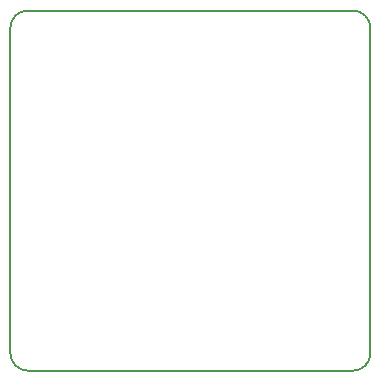
<source format=gbr>
G04 #@! TF.GenerationSoftware,KiCad,Pcbnew,5.1.0*
G04 #@! TF.CreationDate,2019-04-26T16:24:25+02:00*
G04 #@! TF.ProjectId,Dew-Sensor-Lid,4465772d-5365-46e7-936f-722d4c69642e,rev?*
G04 #@! TF.SameCoordinates,Original*
G04 #@! TF.FileFunction,Profile,NP*
%FSLAX46Y46*%
G04 Gerber Fmt 4.6, Leading zero omitted, Abs format (unit mm)*
G04 Created by KiCad (PCBNEW 5.1.0) date 2019-04-26 16:24:25*
%MOMM*%
%LPD*%
G04 APERTURE LIST*
%ADD10C,0.200000*%
G04 APERTURE END LIST*
D10*
X110250000Y-109250000D02*
G75*
G02X108750000Y-107750000I0J1500000D01*
G01*
X139250000Y-107750000D02*
G75*
G02X137750000Y-109250000I-1500000J0D01*
G01*
X137750000Y-78750000D02*
G75*
G02X139250000Y-80250000I0J-1500000D01*
G01*
X108750000Y-80250000D02*
G75*
G02X110250000Y-78750000I1500000J0D01*
G01*
X108750000Y-107750000D02*
X108750000Y-80250000D01*
X137750000Y-109250000D02*
X110250000Y-109250000D01*
X139250000Y-80250000D02*
X139250000Y-107750000D01*
X110250000Y-78750000D02*
X137750000Y-78750000D01*
M02*

</source>
